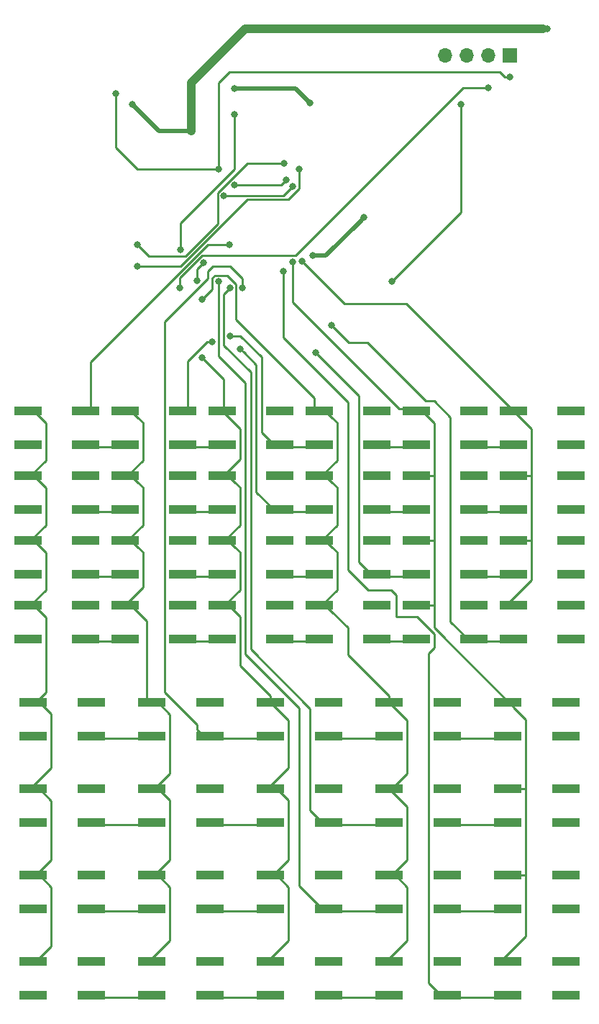
<source format=gbr>
G04 #@! TF.GenerationSoftware,KiCad,Pcbnew,5.1.5+dfsg1-2build2*
G04 #@! TF.CreationDate,2021-04-12T22:06:22+02:00*
G04 #@! TF.ProjectId,calc,63616c63-2e6b-4696-9361-645f70636258,rev?*
G04 #@! TF.SameCoordinates,Original*
G04 #@! TF.FileFunction,Copper,L1,Top*
G04 #@! TF.FilePolarity,Positive*
%FSLAX46Y46*%
G04 Gerber Fmt 4.6, Leading zero omitted, Abs format (unit mm)*
G04 Created by KiCad (PCBNEW 5.1.5+dfsg1-2build2) date 2021-04-12 22:06:22*
%MOMM*%
%LPD*%
G04 APERTURE LIST*
%ADD10R,3.200000X1.000000*%
%ADD11O,1.700000X1.700000*%
%ADD12R,1.700000X1.700000*%
%ADD13C,0.800000*%
%ADD14C,0.250000*%
%ADD15C,0.500000*%
%ADD16C,1.000000*%
G04 APERTURE END LIST*
D10*
X126590000Y-88360000D03*
X119790000Y-88360000D03*
X119790000Y-84360000D03*
X126590000Y-84360000D03*
X115160000Y-88360000D03*
X108360000Y-88360000D03*
X108360000Y-84360000D03*
X115160000Y-84360000D03*
X103730000Y-88360000D03*
X96930000Y-88360000D03*
X96930000Y-84360000D03*
X103730000Y-84360000D03*
X92300000Y-88360000D03*
X85500000Y-88360000D03*
X85500000Y-84360000D03*
X92300000Y-84360000D03*
X80870000Y-88360000D03*
X74070000Y-88360000D03*
X74070000Y-84360000D03*
X80870000Y-84360000D03*
X69440000Y-88360000D03*
X62640000Y-88360000D03*
X62640000Y-84360000D03*
X69440000Y-84360000D03*
X126590000Y-95980000D03*
X119790000Y-95980000D03*
X119790000Y-91980000D03*
X126590000Y-91980000D03*
X115160000Y-95980000D03*
X108360000Y-95980000D03*
X108360000Y-91980000D03*
X115160000Y-91980000D03*
X103730000Y-95980000D03*
X96930000Y-95980000D03*
X96930000Y-91980000D03*
X103730000Y-91980000D03*
X92300000Y-95980000D03*
X85500000Y-95980000D03*
X85500000Y-91980000D03*
X92300000Y-91980000D03*
X80870000Y-95980000D03*
X74070000Y-95980000D03*
X74070000Y-91980000D03*
X80870000Y-91980000D03*
X69440000Y-95980000D03*
X62640000Y-95980000D03*
X62640000Y-91980000D03*
X69440000Y-91980000D03*
X126590000Y-103600000D03*
X119790000Y-103600000D03*
X119790000Y-99600000D03*
X126590000Y-99600000D03*
X115160000Y-103600000D03*
X108360000Y-103600000D03*
X108360000Y-99600000D03*
X115160000Y-99600000D03*
X103730000Y-103600000D03*
X96930000Y-103600000D03*
X96930000Y-99600000D03*
X103730000Y-99600000D03*
X92300000Y-103600000D03*
X85500000Y-103600000D03*
X85500000Y-99600000D03*
X92300000Y-99600000D03*
X80870000Y-103600000D03*
X74070000Y-103600000D03*
X74070000Y-99600000D03*
X80870000Y-99600000D03*
X69440000Y-103600000D03*
X62640000Y-103600000D03*
X62640000Y-99600000D03*
X69440000Y-99600000D03*
X126590000Y-111220000D03*
X119790000Y-111220000D03*
X119790000Y-107220000D03*
X126590000Y-107220000D03*
X115160000Y-111220000D03*
X108360000Y-111220000D03*
X108360000Y-107220000D03*
X115160000Y-107220000D03*
X103730000Y-111220000D03*
X96930000Y-111220000D03*
X96930000Y-107220000D03*
X103730000Y-107220000D03*
X92300000Y-111220000D03*
X85500000Y-111220000D03*
X85500000Y-107220000D03*
X92300000Y-107220000D03*
X80870000Y-111220000D03*
X74070000Y-111220000D03*
X74070000Y-107220000D03*
X80870000Y-107220000D03*
X69440000Y-111220000D03*
X62640000Y-111220000D03*
X62640000Y-107220000D03*
X69440000Y-107220000D03*
X125955000Y-122650000D03*
X119155000Y-122650000D03*
X119155000Y-118650000D03*
X125955000Y-118650000D03*
X111985000Y-122650000D03*
X105185000Y-122650000D03*
X105185000Y-118650000D03*
X111985000Y-118650000D03*
X98015000Y-122650000D03*
X91215000Y-122650000D03*
X91215000Y-118650000D03*
X98015000Y-118650000D03*
X84045000Y-122650000D03*
X77245000Y-122650000D03*
X77245000Y-118650000D03*
X84045000Y-118650000D03*
X70075000Y-122650000D03*
X63275000Y-122650000D03*
X63275000Y-118650000D03*
X70075000Y-118650000D03*
X125955000Y-132810000D03*
X119155000Y-132810000D03*
X119155000Y-128810000D03*
X125955000Y-128810000D03*
X111985000Y-132810000D03*
X105185000Y-132810000D03*
X105185000Y-128810000D03*
X111985000Y-128810000D03*
X98015000Y-132810000D03*
X91215000Y-132810000D03*
X91215000Y-128810000D03*
X98015000Y-128810000D03*
X84045000Y-132810000D03*
X77245000Y-132810000D03*
X77245000Y-128810000D03*
X84045000Y-128810000D03*
X70075000Y-132810000D03*
X63275000Y-132810000D03*
X63275000Y-128810000D03*
X70075000Y-128810000D03*
X125955000Y-142970000D03*
X119155000Y-142970000D03*
X119155000Y-138970000D03*
X125955000Y-138970000D03*
X111985000Y-142970000D03*
X105185000Y-142970000D03*
X105185000Y-138970000D03*
X111985000Y-138970000D03*
X98015000Y-142970000D03*
X91215000Y-142970000D03*
X91215000Y-138970000D03*
X98015000Y-138970000D03*
X84045000Y-142970000D03*
X77245000Y-142970000D03*
X77245000Y-138970000D03*
X84045000Y-138970000D03*
X70075000Y-142970000D03*
X63275000Y-142970000D03*
X63275000Y-138970000D03*
X70075000Y-138970000D03*
X125955000Y-153130000D03*
X119155000Y-153130000D03*
X119155000Y-149130000D03*
X125955000Y-149130000D03*
X111985000Y-153130000D03*
X105185000Y-153130000D03*
X105185000Y-149130000D03*
X111985000Y-149130000D03*
X98015000Y-153130000D03*
X91215000Y-153130000D03*
X91215000Y-149130000D03*
X98015000Y-149130000D03*
X84045000Y-153130000D03*
X77245000Y-153130000D03*
X77245000Y-149130000D03*
X84045000Y-149130000D03*
X70075000Y-153130000D03*
X63275000Y-153130000D03*
X63275000Y-149130000D03*
X70075000Y-149130000D03*
D11*
X111760000Y-42545000D03*
X114300000Y-42545000D03*
X116840000Y-42545000D03*
D12*
X119380000Y-42545000D03*
D13*
X82550000Y-69040736D03*
X83337641Y-66915499D03*
X81915000Y-51435000D03*
X74930000Y-48260000D03*
X96199403Y-66115917D03*
X102235002Y-61595000D03*
X123825000Y-39370000D03*
X95865000Y-48155000D03*
X86995008Y-46445010D03*
X73025000Y-46990000D03*
X85090000Y-55880000D03*
X119380000Y-45085000D03*
X80555000Y-69850000D03*
X116840000Y-46355000D03*
X113665000Y-48260002D03*
X105540161Y-69084841D03*
X94615000Y-55880000D03*
X75565000Y-67310000D03*
X93857660Y-57907340D03*
X85725000Y-59055000D03*
X92800000Y-55245000D03*
X75565000Y-64770000D03*
X93095165Y-57144845D03*
X86995000Y-57785008D03*
X92710000Y-67945000D03*
X86360000Y-64770000D03*
X84296964Y-76200000D03*
X83185000Y-78105004D03*
X83185000Y-71245009D03*
X93835332Y-66800694D03*
X85090000Y-69142882D03*
X86432119Y-69922112D03*
X87882131Y-69918394D03*
X98425000Y-74295018D03*
X94918140Y-66765010D03*
X96520000Y-77470000D03*
X87630000Y-77051227D03*
X86479990Y-75564996D03*
X86995000Y-49460010D03*
X80645000Y-65405000D03*
D14*
X82550000Y-67703140D02*
X83337641Y-66915499D01*
X82550000Y-69040736D02*
X82550000Y-67703140D01*
D15*
X81915000Y-51435000D02*
X78105000Y-51435000D01*
X78105000Y-51435000D02*
X74930000Y-48260000D01*
X96199403Y-66115917D02*
X97714085Y-66115917D01*
X97714085Y-66115917D02*
X101835003Y-61994999D01*
X101835003Y-61994999D02*
X102235002Y-61595000D01*
D14*
X123259315Y-39370000D02*
X123825000Y-39370000D01*
D16*
X88265000Y-39370000D02*
X123259315Y-39370000D01*
X81915000Y-45720000D02*
X88265000Y-39370000D01*
X81915000Y-51435000D02*
X81915000Y-45720000D01*
D15*
X94155010Y-46445010D02*
X95865000Y-48155000D01*
X86995008Y-46445010D02*
X94155010Y-46445010D01*
D14*
X73025000Y-53340000D02*
X75565000Y-55880000D01*
X75565000Y-55880000D02*
X85090000Y-55880000D01*
X73025000Y-46990000D02*
X73025000Y-53340000D01*
X118814315Y-45085000D02*
X119380000Y-45085000D01*
X118179315Y-44450000D02*
X118814315Y-45085000D01*
X86360000Y-44450000D02*
X118179315Y-44450000D01*
X85090000Y-45720000D02*
X86360000Y-44450000D01*
X85090000Y-55880000D02*
X85090000Y-45720000D01*
X116274315Y-46355000D02*
X116840000Y-46355000D01*
X113861995Y-46355000D02*
X116274315Y-46355000D01*
X94176995Y-66040000D02*
X113861995Y-46355000D01*
X83187821Y-66040000D02*
X94176995Y-66040000D01*
X80555000Y-69850000D02*
X80555000Y-68672821D01*
X80555000Y-68672821D02*
X83187821Y-66040000D01*
X105940160Y-68684842D02*
X105540161Y-69084841D01*
X113665000Y-60960002D02*
X105940160Y-68684842D01*
X113665000Y-48260002D02*
X113665000Y-60960002D01*
X93332992Y-59505010D02*
X94615000Y-58223002D01*
X75565000Y-67310000D02*
X80645000Y-67310000D01*
X94615000Y-56445685D02*
X94615000Y-55880000D01*
X80645000Y-67310000D02*
X88449990Y-59505010D01*
X94615000Y-58223002D02*
X94615000Y-56445685D01*
X88449990Y-59505010D02*
X93332992Y-59505010D01*
X92710000Y-59055000D02*
X85725000Y-59055000D01*
X93857660Y-57907340D02*
X92710000Y-59055000D01*
X76925001Y-66130001D02*
X81188589Y-66130001D01*
X84999999Y-62318591D02*
X84999999Y-58706999D01*
X81188589Y-66130001D02*
X84999999Y-62318591D01*
X88461998Y-55245000D02*
X92234315Y-55245000D01*
X84999999Y-58706999D02*
X88461998Y-55245000D01*
X92234315Y-55245000D02*
X92800000Y-55245000D01*
X75565000Y-64770000D02*
X76925001Y-66130001D01*
X93095165Y-57144845D02*
X92455002Y-57785008D01*
X92455002Y-57785008D02*
X87560685Y-57785008D01*
X87560685Y-57785008D02*
X86995000Y-57785008D01*
X70650000Y-153380000D02*
X76670000Y-153380000D01*
X84620000Y-153380000D02*
X90640000Y-153380000D01*
X98590000Y-153380000D02*
X104610000Y-153380000D01*
X92710000Y-75761998D02*
X92710000Y-67945000D01*
X118580000Y-153380000D02*
X111535000Y-153380000D01*
X111535000Y-153380000D02*
X109855000Y-151700000D01*
X109855000Y-112855001D02*
X110490000Y-112220001D01*
X110490000Y-110621410D02*
X108453590Y-108585000D01*
X108453590Y-108585000D02*
X106045000Y-108585000D01*
X106045000Y-108585000D02*
X106045000Y-106059999D01*
X109855000Y-151700000D02*
X109855000Y-112855001D01*
X110490000Y-112220001D02*
X110490000Y-110621410D01*
X106045000Y-106059999D02*
X105395001Y-105410000D01*
X102685000Y-105410000D02*
X100330000Y-103055000D01*
X105395001Y-105410000D02*
X102685000Y-105410000D01*
X100330000Y-103055000D02*
X100330000Y-83381998D01*
X100330000Y-83381998D02*
X92710000Y-75761998D01*
X65405000Y-120015000D02*
X64770000Y-119380000D01*
X64770000Y-119380000D02*
X63725000Y-118400000D01*
X63725000Y-128560000D02*
X63210000Y-128560000D01*
X63845000Y-118400000D02*
X64770000Y-117475000D01*
X65405000Y-130240000D02*
X63725000Y-128560000D01*
X65405000Y-137160000D02*
X65405000Y-130240000D01*
X65405000Y-126365000D02*
X65405000Y-120015000D01*
X63210000Y-128560000D02*
X65405000Y-126365000D01*
X63210000Y-106970000D02*
X64770000Y-105410000D01*
X63725000Y-138720000D02*
X63845000Y-138720000D01*
X63845000Y-138720000D02*
X65405000Y-137160000D01*
X65405000Y-140400000D02*
X63725000Y-138720000D01*
X64770000Y-105410000D02*
X64770000Y-101030000D01*
X65405000Y-147320000D02*
X65405000Y-140400000D01*
X63845000Y-148880000D02*
X65405000Y-147320000D01*
X63090000Y-84110000D02*
X62065000Y-84110000D01*
X62700000Y-148880000D02*
X63845000Y-148880000D01*
X64770000Y-93410000D02*
X63090000Y-91730000D01*
X63090000Y-106970000D02*
X63210000Y-106970000D01*
X64770000Y-101030000D02*
X63090000Y-99350000D01*
X63090000Y-99350000D02*
X63210000Y-99350000D01*
X63210000Y-99350000D02*
X64770000Y-97790000D01*
X64770000Y-97790000D02*
X64770000Y-93410000D01*
X63090000Y-91730000D02*
X63210000Y-91730000D01*
X64770000Y-85790000D02*
X63090000Y-84110000D01*
X63725000Y-118400000D02*
X63845000Y-118400000D01*
X64770000Y-117475000D02*
X64770000Y-108650000D01*
X63210000Y-91730000D02*
X64770000Y-90170000D01*
X64770000Y-108650000D02*
X63090000Y-106970000D01*
X64770000Y-90170000D02*
X64770000Y-85790000D01*
X85794315Y-64770000D02*
X86360000Y-64770000D01*
X70015000Y-78576410D02*
X83821410Y-64770000D01*
X83821410Y-64770000D02*
X85794315Y-64770000D01*
X70015000Y-84110000D02*
X70015000Y-78576410D01*
X83731279Y-76200000D02*
X84296964Y-76200000D01*
X81445000Y-78486279D02*
X83731279Y-76200000D01*
X81445000Y-84110000D02*
X81445000Y-78486279D01*
X79375000Y-120080000D02*
X77695000Y-118400000D01*
X77695000Y-128560000D02*
X77815000Y-128560000D01*
X79375000Y-127000000D02*
X79375000Y-120080000D01*
X78740000Y-129540000D02*
X77695000Y-128560000D01*
X79375000Y-146685000D02*
X79375000Y-140400000D01*
X77695000Y-138720000D02*
X77815000Y-138720000D01*
X79375000Y-130175000D02*
X78740000Y-129540000D01*
X79375000Y-137160000D02*
X79375000Y-130175000D01*
X77815000Y-138720000D02*
X79375000Y-137160000D01*
X77180000Y-148880000D02*
X79375000Y-146685000D01*
X79375000Y-140400000D02*
X77695000Y-138720000D01*
X76670000Y-109120000D02*
X74520000Y-106970000D01*
X77815000Y-128560000D02*
X79375000Y-127000000D01*
X76670000Y-148880000D02*
X77180000Y-148880000D01*
X77695000Y-118400000D02*
X76670000Y-118400000D01*
X76670000Y-118400000D02*
X76670000Y-109120000D01*
X74520000Y-106970000D02*
X73495000Y-106970000D01*
X73840002Y-106990002D02*
X74070000Y-107220000D01*
X74080001Y-107220000D02*
X74070000Y-107220000D01*
X76200000Y-100965000D02*
X76200000Y-105100001D01*
X74640000Y-99350000D02*
X74520000Y-99350000D01*
X75565000Y-92710000D02*
X76200000Y-93345000D01*
X75565000Y-85090000D02*
X76200000Y-85725000D01*
X76200000Y-105100001D02*
X74080001Y-107220000D01*
X76200000Y-85725000D02*
X76200000Y-90170000D01*
X74640000Y-91730000D02*
X74520000Y-91730000D01*
X74520000Y-84110000D02*
X75565000Y-85090000D01*
X76200000Y-93345000D02*
X76200000Y-97790000D01*
X74520000Y-91730000D02*
X75565000Y-92710000D01*
X76200000Y-97790000D02*
X74640000Y-99350000D01*
X76200000Y-90170000D02*
X74640000Y-91730000D01*
X74520000Y-99350000D02*
X75565000Y-100330000D01*
X73495000Y-84110000D02*
X74520000Y-84110000D01*
X75565000Y-100330000D02*
X76200000Y-100965000D01*
X84925000Y-91730000D02*
X85950000Y-91730000D01*
X91665000Y-138720000D02*
X93345000Y-140400000D01*
X93345000Y-137160000D02*
X91785000Y-138720000D01*
X93345000Y-146685000D02*
X91150000Y-148880000D01*
X93345000Y-130175000D02*
X93345000Y-137160000D01*
X91785000Y-138720000D02*
X91665000Y-138720000D01*
X92710000Y-129540000D02*
X93345000Y-130175000D01*
X91150000Y-128560000D02*
X91665000Y-128560000D01*
X91150000Y-148880000D02*
X90640000Y-148880000D01*
X91665000Y-128560000D02*
X92710000Y-129540000D01*
X93345000Y-126365000D02*
X91150000Y-128560000D01*
X93345000Y-140400000D02*
X93345000Y-146685000D01*
X93345000Y-120780000D02*
X93345000Y-126365000D01*
X91215000Y-118650000D02*
X93345000Y-120780000D01*
X91215000Y-117885000D02*
X87630000Y-114300000D01*
X91215000Y-118650000D02*
X91215000Y-117885000D01*
X87630000Y-114300000D02*
X87630000Y-114365000D01*
X85725000Y-80645004D02*
X83185000Y-78105004D01*
X85500000Y-84360000D02*
X85725000Y-84135000D01*
X85725000Y-84135000D02*
X85725000Y-80645004D01*
X87630000Y-86490000D02*
X85500000Y-84360000D01*
X87630000Y-90050000D02*
X87630000Y-86490000D01*
X85950000Y-91730000D02*
X87630000Y-90050000D01*
X87630000Y-108585000D02*
X87630000Y-114300000D01*
X86015000Y-106970000D02*
X87630000Y-108585000D01*
X87630000Y-100965000D02*
X87630000Y-105410000D01*
X86995000Y-100330000D02*
X87630000Y-100965000D01*
X85950000Y-99350000D02*
X86995000Y-100330000D01*
X86070000Y-99350000D02*
X85950000Y-99350000D01*
X87630000Y-105410000D02*
X86070000Y-106970000D01*
X87630000Y-97790000D02*
X86070000Y-99350000D01*
X86070000Y-106970000D02*
X86015000Y-106970000D01*
X87630000Y-93345000D02*
X87630000Y-97790000D01*
X86995000Y-92710000D02*
X87630000Y-93345000D01*
X85950000Y-91730000D02*
X86995000Y-92710000D01*
X107315000Y-137160000D02*
X107315000Y-130940000D01*
X107315000Y-130940000D02*
X105185000Y-128810000D01*
X105755000Y-138720000D02*
X107315000Y-137160000D01*
X105635000Y-138720000D02*
X105755000Y-138720000D01*
X107315000Y-140400000D02*
X105635000Y-138720000D01*
X107315000Y-146685000D02*
X107315000Y-140400000D01*
X105120000Y-148880000D02*
X107315000Y-146685000D01*
X104610000Y-148880000D02*
X105120000Y-148880000D01*
X105635000Y-118400000D02*
X104610000Y-118400000D01*
X107315000Y-120780000D02*
X105185000Y-118650000D01*
X107315000Y-127000000D02*
X107315000Y-120780000D01*
X105755000Y-128560000D02*
X107315000Y-127000000D01*
X105635000Y-128560000D02*
X105755000Y-128560000D01*
X84360012Y-70069997D02*
X83185000Y-71245009D01*
X87157121Y-69501999D02*
X86073003Y-68417881D01*
X96355000Y-82822998D02*
X87157121Y-73625119D01*
X96355000Y-84110000D02*
X96355000Y-82822998D01*
X98425000Y-85090000D02*
X97380000Y-84110000D01*
X99060000Y-90170000D02*
X99060000Y-85725000D01*
X97500000Y-91730000D02*
X99060000Y-90170000D01*
X86073003Y-68417881D02*
X84669886Y-68417881D01*
X97380000Y-91730000D02*
X97500000Y-91730000D01*
X84360012Y-68727753D02*
X84360012Y-70069997D01*
X105185000Y-118650000D02*
X105185000Y-117885000D01*
X98425000Y-100330000D02*
X97380000Y-99350000D01*
X105185000Y-117885000D02*
X100330000Y-113030000D01*
X100330000Y-113030000D02*
X100330000Y-109855000D01*
X100330000Y-109855000D02*
X98425000Y-107950000D01*
X84669886Y-68417881D02*
X84360012Y-68727753D01*
X98425000Y-92710000D02*
X97380000Y-91730000D01*
X98425000Y-107950000D02*
X97380000Y-106970000D01*
X97380000Y-106970000D02*
X97500000Y-106970000D01*
X97500000Y-99350000D02*
X99060000Y-97790000D01*
X87157121Y-73625119D02*
X87157121Y-69501999D01*
X99060000Y-93345000D02*
X98425000Y-92710000D01*
X97500000Y-106970000D02*
X99060000Y-105410000D01*
X99060000Y-105410000D02*
X99060000Y-100965000D01*
X97380000Y-84110000D02*
X96355000Y-84110000D01*
X97380000Y-99350000D02*
X97500000Y-99350000D01*
X99060000Y-85725000D02*
X98425000Y-85090000D01*
X99060000Y-100965000D02*
X98425000Y-100330000D01*
X99060000Y-97790000D02*
X99060000Y-93345000D01*
X110490000Y-85790000D02*
X108810000Y-84110000D01*
X106332178Y-84110000D02*
X93835332Y-71613154D01*
X93835332Y-71613154D02*
X93835332Y-67366379D01*
X108810000Y-84110000D02*
X106332178Y-84110000D01*
X118580000Y-148880000D02*
X121285000Y-146175000D01*
X93835332Y-67366379D02*
X93835332Y-66800694D01*
X110395000Y-91980000D02*
X110490000Y-92075000D01*
X108360000Y-91980000D02*
X110395000Y-91980000D01*
X110490000Y-92075000D02*
X110490000Y-85790000D01*
X110395000Y-99600000D02*
X110490000Y-99695000D01*
X108360000Y-99600000D02*
X110395000Y-99600000D01*
X110490000Y-99695000D02*
X110490000Y-92075000D01*
X108360000Y-107220000D02*
X110395000Y-107220000D01*
X119155000Y-138970000D02*
X121190000Y-138970000D01*
X121190000Y-138970000D02*
X121285000Y-139065000D01*
X121285000Y-146175000D02*
X121285000Y-139065000D01*
X121190000Y-128810000D02*
X121285000Y-128905000D01*
X119155000Y-128810000D02*
X121190000Y-128810000D01*
X121285000Y-139065000D02*
X121285000Y-128905000D01*
X110490000Y-109855000D02*
X110490000Y-99695000D01*
X121285000Y-120650000D02*
X110490000Y-109855000D01*
X121285000Y-128905000D02*
X121285000Y-120650000D01*
X112560000Y-143220000D02*
X118580000Y-143220000D01*
X84620000Y-143220000D02*
X90640000Y-143220000D01*
X70650000Y-143220000D02*
X76670000Y-143220000D01*
X85090000Y-69708567D02*
X85090000Y-69142882D01*
X88265000Y-113014998D02*
X88265000Y-81084415D01*
X94615000Y-140270000D02*
X94615000Y-119364998D01*
X88265000Y-81084415D02*
X85090000Y-77909415D01*
X97565000Y-143220000D02*
X94615000Y-140270000D01*
X94615000Y-119364998D02*
X88265000Y-113014998D01*
X104610000Y-143220000D02*
X97565000Y-143220000D01*
X85090000Y-77909415D02*
X85090000Y-69708567D01*
X70650000Y-133060000D02*
X76670000Y-133060000D01*
X84620000Y-133060000D02*
X90640000Y-133060000D01*
X112560000Y-133060000D02*
X118580000Y-133060000D01*
X85725000Y-70629231D02*
X86432119Y-69922112D01*
X88900000Y-79813002D02*
X85725000Y-76638002D01*
X88900000Y-112395000D02*
X88900000Y-79813002D01*
X95885000Y-119380000D02*
X88900000Y-112395000D01*
X95885000Y-131380000D02*
X95885000Y-119380000D01*
X97565000Y-133060000D02*
X95885000Y-131380000D01*
X85725000Y-76638002D02*
X85725000Y-70629231D01*
X104610000Y-133060000D02*
X97565000Y-133060000D01*
X112560000Y-122900000D02*
X118580000Y-122900000D01*
X98590000Y-122900000D02*
X104610000Y-122900000D01*
X70650000Y-122900000D02*
X76670000Y-122900000D01*
X87882131Y-68774920D02*
X87882131Y-69918394D01*
X86417211Y-67310000D02*
X87882131Y-68774920D01*
X83820000Y-68799001D02*
X83820000Y-67945000D01*
X82582500Y-121317500D02*
X78740000Y-117475000D01*
X84455000Y-67310000D02*
X86417211Y-67310000D01*
X90640000Y-122900000D02*
X83595000Y-122900000D01*
X82582500Y-121887500D02*
X82582500Y-121317500D01*
X78740000Y-117475000D02*
X78740000Y-73879001D01*
X83820000Y-67945000D02*
X84455000Y-67310000D01*
X78740000Y-73879001D02*
X83820000Y-68799001D01*
X83595000Y-122900000D02*
X82582500Y-121887500D01*
X70015000Y-111470000D02*
X73495000Y-111470000D01*
X81445000Y-111470000D02*
X84925000Y-111470000D01*
X92875000Y-111470000D02*
X96355000Y-111470000D01*
X104305000Y-111470000D02*
X107785000Y-111470000D01*
X102583001Y-76290001D02*
X100419983Y-76290001D01*
X109478000Y-83185000D02*
X102583001Y-76290001D01*
X110490000Y-83185000D02*
X109478000Y-83185000D01*
X112395000Y-85090000D02*
X110490000Y-83185000D01*
X112395000Y-109155000D02*
X112395000Y-85090000D01*
X98824999Y-74695017D02*
X98425000Y-74295018D01*
X114710000Y-111470000D02*
X112395000Y-109155000D01*
X119215000Y-111470000D02*
X114710000Y-111470000D01*
X100419983Y-76290001D02*
X98824999Y-74695017D01*
X119215000Y-106970000D02*
X121920000Y-104265000D01*
X121825000Y-91980000D02*
X121920000Y-92075000D01*
X119790000Y-91980000D02*
X121825000Y-91980000D01*
X121825000Y-99600000D02*
X121920000Y-99695000D01*
X119790000Y-99600000D02*
X121825000Y-99600000D01*
X121920000Y-99695000D02*
X121920000Y-92075000D01*
X121920000Y-104265000D02*
X121920000Y-99695000D01*
X99908130Y-71755000D02*
X94918140Y-66765010D01*
X107185000Y-71755000D02*
X99908130Y-71755000D01*
X121920000Y-86490000D02*
X107185000Y-71755000D01*
X121920000Y-92075000D02*
X121920000Y-86490000D01*
X115735000Y-103850000D02*
X119215000Y-103850000D01*
X92875000Y-103850000D02*
X96355000Y-103850000D01*
X81445000Y-103850000D02*
X84925000Y-103850000D01*
X70015000Y-103850000D02*
X73495000Y-103850000D01*
X107785000Y-103850000D02*
X103280000Y-103850000D01*
X101600000Y-82550000D02*
X96520000Y-77470000D01*
X103280000Y-103850000D02*
X101600000Y-102170000D01*
X101600000Y-102170000D02*
X101600000Y-82550000D01*
X70015000Y-96230000D02*
X73495000Y-96230000D01*
X81445000Y-96230000D02*
X84925000Y-96230000D01*
X104305000Y-96230000D02*
X107785000Y-96230000D01*
X115735000Y-96230000D02*
X119215000Y-96230000D01*
X88029999Y-77451226D02*
X87630000Y-77051227D01*
X89535000Y-93915000D02*
X89535000Y-78956227D01*
X91850000Y-96230000D02*
X89535000Y-93915000D01*
X96355000Y-96230000D02*
X91850000Y-96230000D01*
X89535000Y-78956227D02*
X88029999Y-77451226D01*
X115735000Y-88610000D02*
X119215000Y-88610000D01*
X104305000Y-88610000D02*
X107785000Y-88610000D01*
X81445000Y-88610000D02*
X84925000Y-88610000D01*
X70015000Y-88610000D02*
X73495000Y-88610000D01*
X87680671Y-75564996D02*
X86479990Y-75564996D01*
X91850000Y-88610000D02*
X90170000Y-86930000D01*
X90170000Y-86930000D02*
X90170000Y-78054325D01*
X96355000Y-88610000D02*
X91850000Y-88610000D01*
X90170000Y-78054325D02*
X87680671Y-75564996D01*
X80645000Y-64839315D02*
X80645000Y-65405000D01*
X86995000Y-55949315D02*
X80645000Y-62299315D01*
X80645000Y-62299315D02*
X80645000Y-64839315D01*
X86995000Y-49460010D02*
X86995000Y-55949315D01*
M02*

</source>
